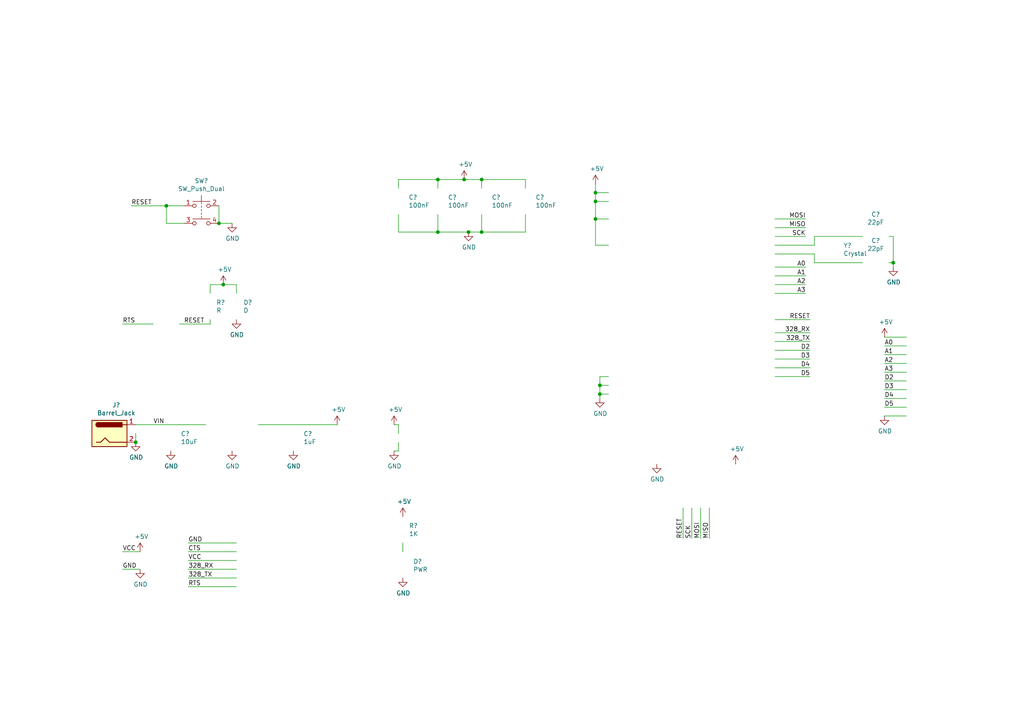
<source format=kicad_sch>
(kicad_sch (version 20230121) (generator eeschema)
  (paper "A4")
  (lib_symbols
    (symbol "Connector:Barrel_Jack" (pin_names (offset 1.016))
      (property "Reference" "J" (at 0 5.334 0))
      (property "Value" "Barrel_Jack" (at 0 -5.08 0))
      (symbol "Barrel_Jack_0_1"
        (rectangle (start -5.08 3.81) (end 5.08 -3.81) (stroke (width 0.254)) (fill (type background)))
        (arc (start -3.302 3.175) (mid -3.9343 2.54) (end -3.302 1.905) (stroke (width 0.254)))
        (arc (start -3.302 3.175) (mid -3.9343 2.54) (end -3.302 1.905) (stroke (width 0.254)) (fill (type outline)))
        (polyline (pts (xy 5.08 2.54) (xy 3.81 2.54)) (stroke (width 0.254)))
        (polyline (pts (xy -3.81 -2.54) (xy -2.54 -2.54) (xy -1.27 -1.27) (xy 0 -2.54) (xy 2.54 -2.54) (xy 5.08 -2.54)) (stroke (width 0.254)))
        (rectangle (start 3.683 3.175) (end -3.302 1.905) (stroke (width 0.254)) (fill (type outline)))
      )
      (symbol "Barrel_Jack_1_1"
        (pin passive line (at 7.62 2.54 180) (length 2.54) (name "~") (number "1"))
        (pin passive line (at 7.62 -2.54 180) (length 2.54) (name "~") (number "2"))
      )
    )
    (symbol "Switch:SW_Push_Dual" (pin_names (offset 1.016) hide)
      (property "Reference" "SW" (at 1.27 2.54 0))
      (property "Value" "SW_Push_Dual" (at 0 -6.858 0))
      (symbol "SW_Push_Dual_0_1"
        (circle (center -2.032 -5.08) (radius 0.508))
        (circle (center -2.032 0) (radius 0.508))
        (polyline (pts (xy 0 -3.048) (xy 0 -3.556)))
        (polyline (pts (xy 0 -2.032) (xy 0 -2.54)))
        (polyline (pts (xy 0 -1.524) (xy 0 -1.016)))
        (polyline (pts (xy 0 -0.508) (xy 0 0)))
        (polyline (pts (xy 0 0.508) (xy 0 1.016)))
        (polyline (pts (xy 0 1.27) (xy 0 3.048)))
        (polyline (pts (xy 2.54 -3.81) (xy -2.54 -3.81)))
        (polyline (pts (xy 2.54 1.27) (xy -2.54 1.27)))
        (circle (center 2.032 -5.08) (radius 0.508))
        (circle (center 2.032 0) (radius 0.508))
        (pin passive line (at -5.08 0 0) (length 2.54) (name "1") (number "1"))
        (pin passive line (at 5.08 0 180) (length 2.54) (name "2") (number "2"))
        (pin passive line (at -5.08 -5.08 0) (length 2.54) (name "3") (number "3"))
        (pin passive line (at 5.08 -5.08 180) (length 2.54) (name "4") (number "4"))
      )
    )
    (symbol "power:+5V" (power) (pin_names (offset 0))
      (property "Value" "+5V" (at 0 3.556 0))
      (symbol "+5V_0_1"
        (polyline (pts (xy -0.762 1.27) (xy 0 2.54)))
        (polyline (pts (xy 0 0) (xy 0 2.54)))
        (polyline (pts (xy 0 2.54) (xy 0.762 1.27)))
      )
      (symbol "+5V_1_1"
        (pin power_in line (at 0 0 90) (length 0) hide (name "+5V") (number "1"))
      )
    )
    (symbol "power:GND" (power) (pin_names (offset 0))
      (property "Value" "GND" (at 0 -3.81 0))
      (symbol "GND_0_1"
        (polyline (pts (xy 0 0) (xy 0 -1.27) (xy 1.27 -1.27) (xy 0 -2.54) (xy -1.27 -1.27) (xy 0 -1.27)))
      )
      (symbol "GND_1_1"
        (pin power_in line (at 0 0 270) (length 0) hide (name "GND") (number "1"))
      )
    )
  )
  (junction (at 63.5 64.77))
  (junction (at 173.99 111.76))
  (junction (at 127 67.31))
  (junction (at 173.99 114.3))
  (junction (at 134.62 52.07))
  (junction (at 39.37 128.27))
  (junction (at 127 52.07))
  (junction (at 48.26 59.69))
  (junction (at 172.72 58.42))
  (junction (at 64.77 82.55))
  (junction (at 139.7 67.31))
  (junction (at 172.72 55.88))
  (junction (at 135.89 67.31))
  (junction (at 139.7 52.07))
  (junction (at 259.08 76.2))
  (junction (at 172.72 63.5))
  (wire (pts (xy 67.31 64.77) (xy 63.5 64.77)))
  (wire (pts (xy 39.37 123.19) (xy 59.69 123.19)))
  (wire (pts (xy 152.4 52.07) (xy 152.4 54.61)))
  (wire (pts (xy 176.53 109.22) (xy 173.99 109.22)))
  (wire (pts (xy 173.99 109.22) (xy 173.99 111.76)))
  (wire (pts (xy 115.57 123.19) (xy 115.57 125.73)))
  (wire (pts (xy 127 52.07) (xy 134.62 52.07)))
  (wire (pts (xy 176.53 114.3) (xy 173.99 114.3)))
  (wire (pts (xy 224.79 104.14) (xy 234.95 104.14)))
  (wire (pts (xy 262.89 97.79) (xy 256.54 97.79)))
  (wire (pts (xy 262.89 115.57) (xy 256.54 115.57)))
  (wire (pts (xy 224.79 68.58) (xy 233.68 68.58)))
  (wire (pts (xy 259.08 77.47) (xy 259.08 76.2)))
  (wire (pts (xy 53.34 64.77) (xy 48.26 64.77)))
  (wire (pts (xy 116.84 157.48) (xy 116.84 160.02)))
  (wire (pts (xy 262.89 102.87) (xy 256.54 102.87)))
  (wire (pts (xy 127 54.61) (xy 127 52.07)))
  (wire (pts (xy 139.7 54.61) (xy 139.7 52.07)))
  (wire (pts (xy 172.72 55.88) (xy 172.72 58.42)))
  (wire (pts (xy 152.4 62.23) (xy 152.4 67.31)))
  (wire (pts (xy 262.89 107.95) (xy 256.54 107.95)))
  (wire (pts (xy 74.93 123.19) (xy 97.79 123.19)))
  (wire (pts (xy 173.99 111.76) (xy 173.99 114.3)))
  (wire (pts (xy 205.74 147.32) (xy 205.74 156.21)))
  (wire (pts (xy 236.22 76.2) (xy 250.19 76.2)))
  (wire (pts (xy 139.7 62.23) (xy 139.7 67.31)))
  (wire (pts (xy 224.79 66.04) (xy 233.68 66.04)))
  (wire (pts (xy 257.81 76.2) (xy 259.08 76.2)))
  (wire (pts (xy 127 62.23) (xy 127 67.31)))
  (wire (pts (xy 203.2 147.32) (xy 203.2 156.21)))
  (wire (pts (xy 262.89 120.65) (xy 256.54 120.65)))
  (wire (pts (xy 48.26 64.77) (xy 48.26 59.69)))
  (wire (pts (xy 68.58 160.02) (xy 54.61 160.02)))
  (wire (pts (xy 176.53 111.76) (xy 173.99 111.76)))
  (wire (pts (xy 176.53 71.12) (xy 172.72 71.12)))
  (wire (pts (xy 224.79 82.55) (xy 233.68 82.55)))
  (wire (pts (xy 173.99 114.3) (xy 173.99 115.57)))
  (wire (pts (xy 68.58 170.18) (xy 54.61 170.18)))
  (wire (pts (xy 262.89 110.49) (xy 256.54 110.49)))
  (wire (pts (xy 68.58 167.64) (xy 54.61 167.64)))
  (wire (pts (xy 236.22 73.66) (xy 236.22 76.2)))
  (wire (pts (xy 139.7 67.31) (xy 152.4 67.31)))
  (wire (pts (xy 262.89 118.11) (xy 256.54 118.11)))
  (wire (pts (xy 60.96 85.09) (xy 60.96 82.55)))
  (wire (pts (xy 52.07 93.98) (xy 60.96 93.98)))
  (wire (pts (xy 262.89 113.03) (xy 256.54 113.03)))
  (wire (pts (xy 68.58 157.48) (xy 54.61 157.48)))
  (wire (pts (xy 39.37 125.73) (xy 39.37 128.27)))
  (wire (pts (xy 60.96 93.98) (xy 60.96 92.71)))
  (wire (pts (xy 224.79 92.71) (xy 234.95 92.71)))
  (wire (pts (xy 198.12 147.32) (xy 198.12 156.21)))
  (wire (pts (xy 40.64 165.1) (xy 35.56 165.1)))
  (wire (pts (xy 224.79 80.01) (xy 233.68 80.01)))
  (wire (pts (xy 262.89 105.41) (xy 256.54 105.41)))
  (wire (pts (xy 139.7 52.07) (xy 152.4 52.07)))
  (wire (pts (xy 135.89 67.31) (xy 139.7 67.31)))
  (wire (pts (xy 224.79 77.47) (xy 233.68 77.47)))
  (wire (pts (xy 114.3 123.19) (xy 115.57 123.19)))
  (wire (pts (xy 224.79 63.5) (xy 233.68 63.5)))
  (wire (pts (xy 115.57 67.31) (xy 127 67.31)))
  (wire (pts (xy 115.57 52.07) (xy 127 52.07)))
  (wire (pts (xy 115.57 128.27) (xy 115.57 130.81)))
  (wire (pts (xy 224.79 71.12) (xy 236.22 71.12)))
  (wire (pts (xy 172.72 58.42) (xy 172.72 63.5)))
  (wire (pts (xy 224.79 99.06) (xy 234.95 99.06)))
  (wire (pts (xy 172.72 53.34) (xy 172.72 55.88)))
  (wire (pts (xy 236.22 71.12) (xy 236.22 68.58)))
  (wire (pts (xy 176.53 58.42) (xy 172.72 58.42)))
  (wire (pts (xy 53.34 59.69) (xy 48.26 59.69)))
  (wire (pts (xy 262.89 100.33) (xy 256.54 100.33)))
  (wire (pts (xy 68.58 82.55) (xy 64.77 82.55)))
  (wire (pts (xy 236.22 68.58) (xy 250.19 68.58)))
  (wire (pts (xy 115.57 62.23) (xy 115.57 67.31)))
  (wire (pts (xy 259.08 68.58) (xy 257.81 68.58)))
  (wire (pts (xy 40.64 160.02) (xy 35.56 160.02)))
  (wire (pts (xy 176.53 63.5) (xy 172.72 63.5)))
  (wire (pts (xy 200.66 147.32) (xy 200.66 156.21)))
  (wire (pts (xy 236.22 73.66) (xy 224.79 73.66)))
  (wire (pts (xy 224.79 101.6) (xy 234.95 101.6)))
  (wire (pts (xy 224.79 106.68) (xy 234.95 106.68)))
  (wire (pts (xy 63.5 59.69) (xy 63.5 64.77)))
  (wire (pts (xy 68.58 165.1) (xy 54.61 165.1)))
  (wire (pts (xy 224.79 85.09) (xy 233.68 85.09)))
  (wire (pts (xy 176.53 55.88) (xy 172.72 55.88)))
  (wire (pts (xy 224.79 96.52) (xy 234.95 96.52)))
  (wire (pts (xy 115.57 54.61) (xy 115.57 52.07)))
  (wire (pts (xy 114.3 130.81) (xy 115.57 130.81)))
  (wire (pts (xy 259.08 76.2) (xy 259.08 68.58)))
  (wire (pts (xy 224.79 109.22) (xy 234.95 109.22)))
  (wire (pts (xy 68.58 162.56) (xy 54.61 162.56)))
  (wire (pts (xy 68.58 85.09) (xy 68.58 82.55)))
  (wire (pts (xy 44.45 93.98) (xy 35.56 93.98)))
  (wire (pts (xy 134.62 52.07) (xy 139.7 52.07)))
  (wire (pts (xy 127 67.31) (xy 135.89 67.31)))
  (wire (pts (xy 60.96 82.55) (xy 64.77 82.55)))
  (wire (pts (xy 48.26 59.69) (xy 38.1 59.69)))
  (wire (pts (xy 172.72 71.12) (xy 172.72 63.5)))
  (label "A2" (at 256.54 105.41 0))
  (label "VCC" (at 35.56 160.02 0))
  (label "RESET" (at 53.34 93.98 0))
  (label "D3" (at 256.54 113.03 0))
  (label "A0" (at 256.54 100.33 0))
  (label "A3" (at 256.54 107.95 0))
  (label "RESET" (at 198.12 156.21 90))
  (label "D4" (at 234.95 106.68 180))
  (label "RTS" (at 54.61 170.18 0))
  (label "A1" (at 233.68 80.01 180))
  (label "328_TX" (at 54.61 167.64 0))
  (label "328_RX" (at 234.95 96.52 180))
  (label "D4" (at 256.54 115.57 0))
  (label "SCK" (at 233.68 68.58 180))
  (label "A2" (at 233.68 82.55 180))
  (label "MOSI" (at 203.2 156.21 90))
  (label "D2" (at 234.95 101.6 180))
  (label "A3" (at 233.68 85.09 180))
  (label "D5" (at 256.54 118.11 0))
  (label "328_TX" (at 234.95 99.06 180))
  (label "D5" (at 234.95 109.22 180))
  (label "GND" (at 54.61 157.48 0))
  (label "SCK" (at 200.66 156.21 90))
  (label "MOSI" (at 233.68 63.5 180))
  (label "VCC" (at 54.61 162.56 0))
  (label "RTS" (at 35.56 93.98 0))
  (label "D2" (at 256.54 110.49 0))
  (label "VIN" (at 44.45 123.19 0))
  (label "A1" (at 256.54 102.87 0))
  (label "D3" (at 234.95 104.14 180))
  (label "CTS" (at 54.61 160.02 0))
  (label "MISO" (at 233.68 66.04 180))
  (label "RESET" (at 38.1 59.69 0))
  (label "328_RX" (at 54.61 165.1 0))
  (label "GND" (at 35.56 165.1 0))
  (label "MISO" (at 205.74 156.21 90))
  (label "A0" (at 233.68 77.47 180))
  (label "RESET" (at 234.95 92.71 180))
  (symbol (lib_id "atmel:ATMEGA168A-AU") (at 199.39 83.82 0) (unit 1)
    (property "Reference" "U?" (at 200.66 49.0982 0))
    (property "Value" "ATMEGA168A-AU" (at 200.66 51.4096 0))
    (property "Footprint" "Housings_QFP:TQFP-32_7x7mm_Pitch0.8mm" (effects hide))
    (property "Datasheet" "http://www.atmel.com/images/atmel-8271-8-bit-avr-microcontroller-atmega48a-48pa-88a-88pa-168a-168pa-328-328p_datasheet.pdf" (effects hide))
  )
  (symbol (lib_id "device:Crystal") (at 241.3 72.39 270) (unit 1)
    (property "Reference" "Y?" (at 244.6274 71.2216 90) (effects (justify left)))
    (property "Value" "Crystal" (at 244.6274 73.533 90) (effects (justify left)))
  )
  (symbol (lib_id "device:C") (at 254 68.58 270) (unit 1)
    (property "Reference" "C?" (at 254 62.1792 90))
    (property "Value" "22pF" (at 254 64.4906 90))
    (property "Description" "CERAMIC CAPACITOR C0G 0805 22pF 25V" (effects hide))
  )
  (symbol (lib_id "device:C") (at 254 76.2 270) (unit 1)
    (property "Reference" "C?" (at 254 69.7992 90))
    (property "Value" "22pF" (at 254 72.1106 90))
    (property "Description" "CERAMIC CAPACITOR C0G 0805 22pF 25V" (effects hide))
  )
  (symbol (lib_id "power:GND") (at 259.08 77.47 0) (unit 1)
    (property "Reference" "#PWR?" (effects hide))
    (property "Value" "GND" (at 259.207 81.8642 0))
  )
  (symbol (lib_id "power:GND") (at 173.99 115.57 0) (unit 1)
    (property "Reference" "#PWR?" (effects hide))
    (property "Value" "GND" (at 174.117 119.9642 0))
  )
  (symbol (lib_id "device:C") (at 152.4 58.42 0) (unit 1)
    (property "Reference" "C?" (at 155.321 57.2516 0) (effects (justify left)))
    (property "Value" "100nF" (at 155.321 59.563 0) (effects (justify left)))
    (property "Description" "CERAMIC CAPACITOR 100nF 16V 0805 X7R" (effects hide))
  )
  (symbol (lib_id "device:C") (at 139.7 58.42 0) (unit 1)
    (property "Reference" "C?" (at 142.621 57.2516 0) (effects (justify left)))
    (property "Value" "100nF" (at 142.621 59.563 0) (effects (justify left)))
    (property "Description" "CERAMIC CAPACITOR 100nF 16V 0805 X7R" (effects hide))
  )
  (symbol (lib_id "device:C") (at 127 58.42 0) (unit 1)
    (property "Reference" "C?" (at 129.921 57.2516 0) (effects (justify left)))
    (property "Value" "100nF" (at 129.921 59.563 0) (effects (justify left)))
    (property "Description" "CERAMIC CAPACITOR 100nF 16V 0805 X7R" (effects hide))
  )
  (symbol (lib_id "device:C") (at 115.57 58.42 0) (unit 1)
    (property "Reference" "C?" (at 118.491 57.2516 0) (effects (justify left)))
    (property "Value" "100nF" (at 118.491 59.563 0) (effects (justify left)))
    (property "Description" "CERAMIC CAPACITOR 100nF 16V 0805 X7R" (effects hide))
  )
  (symbol (lib_id "power:+5V") (at 134.62 52.07 0) (unit 1)
    (property "Reference" "#PWR?" (effects hide))
    (property "Value" "+5V" (at 135.001 47.6758 0))
  )
  (symbol (lib_id "power:+5V") (at 172.72 53.34 0) (unit 1)
    (property "Reference" "#PWR?" (effects hide))
    (property "Value" "+5V" (at 173.101 48.9458 0))
  )
  (symbol (lib_id "Switch:SW_Push_Dual") (at 58.42 59.69 0) (unit 1)
    (property "Reference" "SW?" (at 58.42 52.451 0))
    (property "Value" "SW_Push_Dual" (at 58.42 54.7624 0))
  )
  (symbol (lib_id "power:GND") (at 135.89 67.31 0) (unit 1)
    (property "Reference" "#PWR?" (effects hide))
    (property "Value" "GND" (at 136.017 71.7042 0))
  )
  (symbol (lib_id "power:GND") (at 67.31 64.77 0) (unit 1)
    (property "Reference" "#PWR?" (effects hide))
    (property "Value" "GND" (at 67.437 69.1642 0))
  )
  (symbol (lib_id "device:C") (at 48.26 93.98 270) (unit 1)
    (property "Reference" "C?" (at 48.26 87.5792 90))
    (property "Value" "100nF" (at 48.26 89.8906 90))
    (property "Description" "CERAMIC CAPACITOR 100nF 16V 0805 X7R" (effects hide))
  )
  (symbol (lib_id "device:R") (at 60.96 88.9 0) (unit 1)
    (property "Reference" "R?" (at 62.738 87.7316 0) (effects (justify left)))
    (property "Value" "R" (at 62.738 90.043 0) (effects (justify left)))
  )
  (symbol (lib_id "power:+5V") (at 64.77 82.55 0) (unit 1)
    (property "Reference" "#PWR?" (effects hide))
    (property "Value" "+5V" (at 65.151 78.1558 0))
  )
  (symbol (lib_id "device:D") (at 68.58 88.9 270) (unit 1)
    (property "Reference" "D?" (at 70.5866 87.7316 90) (effects (justify left)))
    (property "Value" "D" (at 70.5866 90.043 90) (effects (justify left)))
  )
  (symbol (lib_id "power:GND") (at 68.58 92.71 0) (unit 1)
    (property "Reference" "#PWR?" (effects hide))
    (property "Value" "GND" (at 68.707 97.1042 0))
  )
  (symbol (lib_id "regul:NCP1117-12_TO252") (at 67.31 123.19 0) (unit 1)
    (property "Reference" "U?" (at 67.31 117.0432 0))
    (property "Value" "NCP1117-12_TO252" (at 67.31 119.3546 0))
    (property "Footprint" "TO_SOT_Packages_SMD:TO-252-2" (effects hide))
    (property "Datasheet" "http://www.onsemi.com/pub_link/Collateral/NCP1117-D.PDF" (effects hide))
  )
  (symbol (lib_id "power:+5V") (at 97.79 123.19 0) (unit 1)
    (property "Reference" "#PWR?" (effects hide))
    (property "Value" "+5V" (at 98.171 118.7958 0))
  )
  (symbol (lib_id "device:C") (at 85.09 127 0) (unit 1)
    (property "Reference" "C?" (at 88.011 125.8316 0) (effects (justify left)))
    (property "Value" "1uF" (at 88.011 128.143 0) (effects (justify left)))
    (property "Description" "CERAMIC CAPACITOR 1uF 16V 0805 X7R" (effects hide))
  )
  (symbol (lib_id "device:C") (at 49.53 127 0) (unit 1)
    (property "Reference" "C?" (at 52.451 125.8316 0) (effects (justify left)))
    (property "Value" "10uF" (at 52.451 128.143 0) (effects (justify left)))
    (property "Description" "CERAMIC CAPACITOR 10uF 16V 0805 X7R" (effects hide))
  )
  (symbol (lib_id "Connector:Barrel_Jack") (at 31.75 125.73 0) (unit 1)
    (property "Reference" "J?" (at 33.7312 117.475 0))
    (property "Value" "Barrel_Jack" (at 33.7312 119.7864 0))
  )
  (symbol (lib_id "power:GND") (at 67.31 130.81 0) (unit 1)
    (property "Reference" "#PWR?" (effects hide))
    (property "Value" "GND" (at 67.437 135.2042 0))
  )
  (symbol (lib_id "power:GND") (at 49.53 130.81 0) (unit 1)
    (property "Reference" "#PWR?" (effects hide))
    (property "Value" "GND" (at 49.657 135.2042 0))
  )
  (symbol (lib_id "power:GND") (at 85.09 130.81 0) (unit 1)
    (property "Reference" "#PWR?" (effects hide))
    (property "Value" "GND" (at 85.217 135.2042 0))
  )
  (symbol (lib_id "power:GND") (at 39.37 128.27 0) (unit 1)
    (property "Reference" "#PWR?" (effects hide))
    (property "Value" "GND" (at 39.497 132.6642 0))
  )
  (symbol (lib_id "freetronics_schematic:M04") (at 123.19 123.19 0) (unit 1)
    (property "Reference" "JP?" (at 122.6312 126.2888 0) (effects (justify left)))
    (property "Value" "5V_HDR" (at 122.6312 128.4224 0) (effects (font (size 1.016 1.016)) (justify left)))
  )
  (symbol (lib_id "power:GND") (at 114.3 130.81 0) (unit 1)
    (property "Reference" "#PWR?" (effects hide))
    (property "Value" "GND" (at 114.427 135.2042 0))
  )
  (symbol (lib_id "power:+5V") (at 114.3 123.19 0) (unit 1)
    (property "Reference" "#PWR?" (effects hide))
    (property "Value" "+5V" (at 114.681 118.7958 0))
  )
  (symbol (lib_id "atmel:AVR-ISP-6") (at 200.66 137.16 270) (unit 1)
    (property "Reference" "CON?" (at 201.93 127.8382 90))
    (property "Value" "AVR-ISP-6" (at 201.93 130.1496 90))
  )
  (symbol (lib_id "power:GND") (at 190.5 134.62 0) (unit 1)
    (property "Reference" "#PWR?" (effects hide))
    (property "Value" "GND" (at 190.627 139.0142 0))
  )
  (symbol (lib_id "power:+5V") (at 213.36 134.62 0) (unit 1)
    (property "Reference" "#PWR?" (effects hide))
    (property "Value" "+5V" (at 213.741 130.2258 0))
  )
  (symbol (lib_id "freetronics_schematic:M06") (at 76.2 157.48 0) (unit 1)
    (property "Reference" "JP?" (at 75.6412 163.1188 0) (effects (justify left)))
    (property "Value" "M06" (at 75.6412 165.2524 0) (effects (font (size 1.016 1.016)) (justify left)))
  )
  (symbol (lib_id "power:GND") (at 40.64 165.1 0) (unit 1)
    (property "Reference" "#PWR?" (effects hide))
    (property "Value" "GND" (at 40.767 169.4942 0))
  )
  (symbol (lib_id "power:+5V") (at 40.64 160.02 0) (unit 1)
    (property "Reference" "#PWR?" (effects hide))
    (property "Value" "+5V" (at 41.021 155.6258 0))
  )
  (symbol (lib_id "freetronics_schematic:M10") (at 270.51 97.79 0) (unit 1)
    (property "Reference" "JP?" (at 269.9512 108.5088 0) (effects (justify left)))
    (property "Value" "M10" (at 269.9512 110.6424 0) (effects (font (size 1.016 1.016)) (justify left)))
  )
  (symbol (lib_id "power:+5V") (at 256.54 97.79 0) (unit 1)
    (property "Reference" "#PWR?" (effects hide))
    (property "Value" "+5V" (at 256.921 93.3958 0))
  )
  (symbol (lib_id "power:GND") (at 256.54 120.65 0) (unit 1)
    (property "Reference" "#PWR?" (effects hide))
    (property "Value" "GND" (at 256.667 125.0442 0))
  )
  (symbol (lib_id "device:R") (at 116.84 153.67 0) (unit 1)
    (property "Reference" "R?" (at 118.618 152.5016 0) (effects (justify left)))
    (property "Value" "1K" (at 118.618 154.813 0) (effects (justify left)))
  )
  (symbol (lib_id "device:LED") (at 116.84 163.83 90) (unit 1)
    (property "Reference" "D?" (at 119.8372 162.8648 90) (effects (justify right)))
    (property "Value" "PWR" (at 119.8372 165.1762 90) (effects (justify right)))
  )
  (symbol (lib_id "power:GND") (at 116.84 167.64 0) (unit 1)
    (property "Reference" "#PWR?" (effects hide))
    (property "Value" "GND" (at 116.967 172.0342 0))
  )
  (symbol (lib_id "power:+5V") (at 116.84 149.86 0) (unit 1)
    (property "Reference" "#PWR?" (effects hide))
    (property "Value" "+5V" (at 117.221 145.4658 0))
  )
)
</source>
